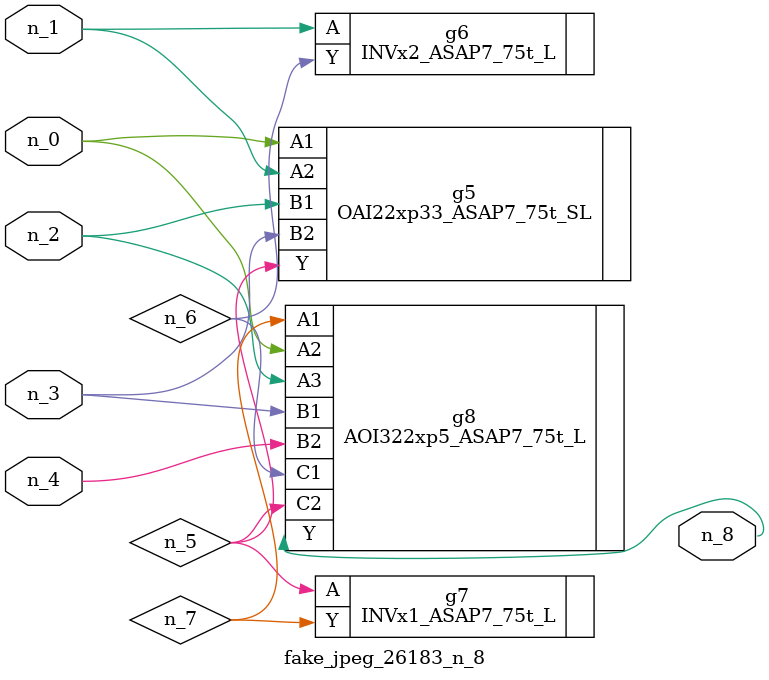
<source format=v>
module fake_jpeg_26183_n_8 (n_3, n_2, n_1, n_0, n_4, n_8);

input n_3;
input n_2;
input n_1;
input n_0;
input n_4;

output n_8;

wire n_6;
wire n_5;
wire n_7;

OAI22xp33_ASAP7_75t_SL g5 ( 
.A1(n_0),
.A2(n_1),
.B1(n_2),
.B2(n_3),
.Y(n_5)
);

INVx2_ASAP7_75t_L g6 ( 
.A(n_1),
.Y(n_6)
);

INVx1_ASAP7_75t_L g7 ( 
.A(n_5),
.Y(n_7)
);

AOI322xp5_ASAP7_75t_L g8 ( 
.A1(n_7),
.A2(n_0),
.A3(n_2),
.B1(n_3),
.B2(n_4),
.C1(n_6),
.C2(n_5),
.Y(n_8)
);


endmodule
</source>
